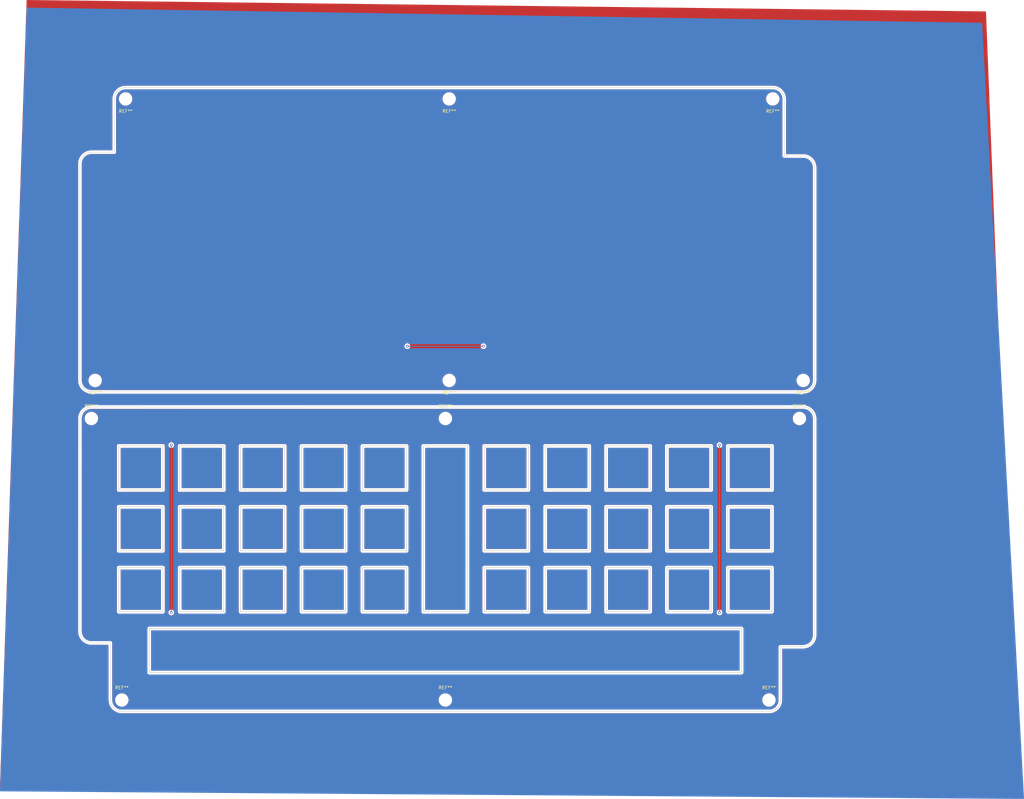
<source format=kicad_pcb>
(kicad_pcb (version 20171130) (host pcbnew "(5.1.4)-1")
  (layers (0 F.Cu signal) (31 B.Cu signal) (34 B.Paste user hide) (35 F.Paste user hide) (36 B.SilkS user hide) (37 F.SilkS user hide) (38 B.Mask user) (39 F.Mask user hide) (44 Edge.Cuts user))
  (net 0 "")
  (module MountingHole:MountingHole_3.2mm_M3_ISO7380 (layer F.Cu) (at 271.46364 367.904671 180)
    (fp_text reference REF** (at 0 -3.85) (layer F.SilkS))
    (fp_text value MountingHole_3.2mm_M3_ISO7380)
    (pad 1 np_thru_hole circle (at 0 0 180) (size 3.2 3.2) (drill 3.2) (layers *.Cu *.Mask))
  )
  (module MountingHole:MountingHole_3.2mm_M3_ISO7380 (layer F.Cu) (at 382.19223 279.79805 180)
    (fp_text reference REF** (at 0 -3.85) (layer F.SilkS))
    (fp_text value MountingHole_3.2mm_M3_ISO7380)
    (pad 1 np_thru_hole circle (at 0 0 180) (size 3.2 3.2) (drill 3.2) (layers *.Cu *.Mask))
  )
  (module MountingHole:MountingHole_3.2mm_M3_ISO7380 (layer F.Cu) (at 280.98868 279.798051 180)
    (fp_text reference REF** (at 0 -3.85) (layer F.SilkS))
    (fp_text value MountingHole_3.2mm_M3_ISO7380)
    (pad 1 np_thru_hole circle (at 0 0 180) (size 3.2 3.2) (drill 3.2) (layers *.Cu *.Mask))
  )
  (module MountingHole:MountingHole_3.2mm_M3_ISO7380 (layer F.Cu) (at 483.39578 279.798051 180)
    (fp_text reference REF** (at 0 -3.85) (layer F.SilkS))
    (fp_text value MountingHole_3.2mm_M3_ISO7380)
    (pad 1 np_thru_hole circle (at 0 0 180) (size 3.2 3.2) (drill 3.2) (layers *.Cu *.Mask))
  )
  (module MountingHole:MountingHole_3.2mm_M3_ISO7380 (layer F.Cu) (at 382.19223 367.904671 180)
    (fp_text reference REF** (at 0 -3.85) (layer F.SilkS))
    (fp_text value MountingHole_3.2mm_M3_ISO7380)
    (pad 1 np_thru_hole circle (at 0 0 180) (size 3.2 3.2) (drill 3.2) (layers *.Cu *.Mask))
  )
  (module MountingHole:MountingHole_3.2mm_M3_ISO7380 (layer F.Cu) (at 492.92082 367.90467 180)
    (fp_text reference REF** (at 0 -3.85) (layer F.SilkS))
    (fp_text value MountingHole_3.2mm_M3_ISO7380)
    (pad 1 np_thru_hole circle (at 0 0 180) (size 3.2 3.2) (drill 3.2) (layers *.Cu *.Mask))
  )
  (module MountingHole:MountingHole_3.2mm_M3_ISO7380 (layer F.Cu) (at 381.0016 467.91759)
    (fp_text reference REF** (at 0 -3.85) (layer F.SilkS))
    (fp_text value MountingHole_3.2mm_M3_ISO7380)
    (pad 1 np_thru_hole circle (at 0 0) (size 3.2 3.2) (drill 3.2) (layers *.Cu *.Mask))
  )
  (module MountingHole:MountingHole_3.2mm_M3_ISO7380 (layer F.Cu) (at 279.79805 467.91759)
    (fp_text reference REF** (at 0 -3.85) (layer F.SilkS))
    (fp_text value MountingHole_3.2mm_M3_ISO7380)
    (pad 1 np_thru_hole circle (at 0 0) (size 3.2 3.2) (drill 3.2) (layers *.Cu *.Mask))
  )
  (module MountingHole:MountingHole_3.2mm_M3_ISO7380 (layer F.Cu) (at 270.27301 379.81097)
    (fp_text reference REF** (at 0 -3.85) (layer F.SilkS))
    (fp_text value MountingHole_3.2mm_M3_ISO7380)
    (pad 1 np_thru_hole circle (at 0 0) (size 3.2 3.2) (drill 3.2) (layers *.Cu *.Mask))
  )
  (module MountingHole:MountingHole_3.2mm_M3_ISO7380 (layer F.Cu) (at 491.73019 379.81097)
    (fp_text reference REF** (at 0 -3.85) (layer F.SilkS))
    (fp_text value MountingHole_3.2mm_M3_ISO7380)
    (pad 1 np_thru_hole circle (at 0 0) (size 3.2 3.2) (drill 3.2) (layers *.Cu *.Mask))
  )
  (module MountingHole:MountingHole_3.2mm_M3_ISO7380 (layer F.Cu) (at 381.0016 379.81097)
    (fp_text reference REF** (at 0 -3.85) (layer F.SilkS))
    (fp_text value MountingHole_3.2mm_M3_ISO7380)
    (pad 1 np_thru_hole circle (at 0 0) (size 3.2 3.2) (drill 3.2) (layers *.Cu *.Mask))
  )
  (module MountingHole:MountingHole_3.2mm_M3_ISO7380 (layer F.Cu) (at 482.20515 467.91759)
    (fp_text reference REF** (at 0 -3.85) (layer F.SilkS))
    (fp_text value MountingHole_3.2mm_M3_ISO7380)
    (pad 1 np_thru_hole circle (at 0 0) (size 3.2 3.2) (drill 3.2) (layers *.Cu *.Mask))
  )
  (gr_line (start 382.192229 276.22616) (end 483.39578 276.22616) (layer Edge.Cuts) (width 0.15))
  (gr_line (start 277.41679 296.46687) (end 270.27301 296.46687) (layer Edge.Cuts) (width 0.15))
  (gr_line (start 492.92082 297.66469) (end 486.96767 297.6575) (layer Edge.Cuts) (width 0.15))
  (gr_line (start 382.19223 371.47656) (end 285.7512 371.47656) (layer Edge.Cuts) (width 0.15))
  (gr_line (start 496.48875 367.90467) (end 496.487392 301.22939) (layer Edge.Cuts) (width 0.15))
  (gr_arc (start 270.27301 367.90467) (end 266.701119 367.90467) (angle -90) (layer Edge.Cuts) (width 0.15))
  (gr_line (start 476.252 371.47656) (end 488.1583 371.47656) (layer Edge.Cuts) (width 0.15))
  (gr_line (start 382.19223 371.47656) (end 476.25254 371.475) (layer Edge.Cuts) (width 0.15))
  (gr_line (start 277.41679 279.79805) (end 277.41679 296.46687) (layer Edge.Cuts) (width 0.15))
  (gr_arc (start 483.39578 279.798051) (end 486.96767 279.79805) (angle -90) (layer Edge.Cuts) (width 0.15))
  (gr_line (start 270.27301 371.47656) (end 273.8449 371.47656) (layer Edge.Cuts) (width 0.15))
  (gr_line (start 486.96767 279.79805) (end 486.96767 297.6575) (layer Edge.Cuts) (width 0.15))
  (gr_arc (start 492.917102 367.908921) (end 492.917101 371.480811) (angle -90) (layer Edge.Cuts) (width 0.15))
  (gr_arc (start 270.27301 300.03876) (end 270.27301 296.46687) (angle -90) (layer Edge.Cuts) (width 0.15))
  (gr_line (start 266.701119 367.90467) (end 266.701119 300.03876) (layer Edge.Cuts) (width 0.15))
  (gr_arc (start 280.98868 279.798051) (end 280.98868 276.22616) (angle -90) (layer Edge.Cuts) (width 0.15))
  (gr_arc (start 492.92082 301.22939) (end 496.48621 301.23085) (angle -90.02346218) (layer Edge.Cuts) (width 0.15))
  (gr_line (start 382.192229 276.22616) (end 280.98868 276.22616) (layer Edge.Cuts) (width 0.15))
  (gr_line (start 273.8449 371.47656) (end 285.7512 371.47656) (layer Edge.Cuts) (width 0.15))
  (gr_line (start 492.91748 371.48262) (end 488.1583 371.47656) (layer Edge.Cuts) (width 0.15))
  (gr_line (start 476.252 376.23908) (end 488.1583 376.23908) (layer Edge.Cuts) (width 0.15))
  (gr_line (start 273.8449 376.23908) (end 285.7512 376.23908) (layer Edge.Cuts) (width 0.15))
  (gr_line (start 492.92082 376.23908) (end 488.1583 376.23908) (layer Edge.Cuts) (width 0.15))
  (gr_line (start 270.27301 376.23496) (end 273.8449 376.23908) (layer Edge.Cuts) (width 0.15))
  (gr_line (start 406.950198 388.388292) (end 393.150378 388.388292) (layer Edge.Cuts) (width 0.2))
  (gr_line (start 406.950198 388.388292) (end 406.950198 402.188112) (layer Edge.Cuts) (width 0.2))
  (gr_line (start 464.100198 426.488292) (end 464.100198 440.288112) (layer Edge.Cuts) (width 0.2))
  (gr_line (start 485.77704 467.91759) (end 485.77704 451.24877) (layer Edge.Cuts) (width 0.15))
  (gr_line (start 431.250378 402.188112) (end 431.250378 388.388292) (layer Edge.Cuts) (width 0.2))
  (gr_line (start 393.150378 440.288112) (end 406.950198 440.288112) (layer Edge.Cuts) (width 0.2))
  (gr_line (start 464.100198 388.388292) (end 450.300378 388.388292) (layer Edge.Cuts) (width 0.2))
  (gr_line (start 368.850198 426.488292) (end 355.050378 426.488292) (layer Edge.Cuts) (width 0.2))
  (gr_line (start 445.050198 407.438292) (end 445.050198 421.238112) (layer Edge.Cuts) (width 0.2))
  (gr_line (start 406.950198 407.438292) (end 393.150378 407.438292) (layer Edge.Cuts) (width 0.2))
  (gr_line (start 393.150378 421.238112) (end 406.950198 421.238112) (layer Edge.Cuts) (width 0.2))
  (gr_line (start 311.700198 426.488292) (end 297.900378 426.488292) (layer Edge.Cuts) (width 0.2))
  (gr_arc (start 492.92082 447.67688) (end 492.92082 451.24877) (angle -90) (layer Edge.Cuts) (width 0.15))
  (gr_line (start 483.150198 388.388292) (end 483.150198 402.188112) (layer Edge.Cuts) (width 0.2))
  (gr_line (start 292.650198 407.438292) (end 278.850378 407.438292) (layer Edge.Cuts) (width 0.2))
  (gr_line (start 349.800198 388.388292) (end 336.000378 388.388292) (layer Edge.Cuts) (width 0.2))
  (gr_line (start 483.150198 407.438292) (end 483.150198 421.238112) (layer Edge.Cuts) (width 0.2))
  (gr_line (start 445.050198 388.388292) (end 445.050198 402.188112) (layer Edge.Cuts) (width 0.2))
  (gr_line (start 336.000378 402.188112) (end 349.800198 402.188112) (layer Edge.Cuts) (width 0.2))
  (gr_line (start 368.850198 388.388292) (end 368.850198 402.188112) (layer Edge.Cuts) (width 0.2))
  (gr_line (start 330.750198 388.388292) (end 330.750198 402.188112) (layer Edge.Cuts) (width 0.2))
  (gr_line (start 387.900198 388.388292) (end 374.100378 388.388292) (layer Edge.Cuts) (width 0.2))
  (gr_line (start 469.350378 421.238112) (end 469.350378 407.438292) (layer Edge.Cuts) (width 0.2))
  (gr_line (start 445.050198 407.438292) (end 431.250378 407.438292) (layer Edge.Cuts) (width 0.2))
  (gr_line (start 297.900378 440.288112) (end 297.900378 426.488292) (layer Edge.Cuts) (width 0.2))
  (gr_line (start 311.700198 407.438292) (end 297.900378 407.438292) (layer Edge.Cuts) (width 0.2))
  (gr_line (start 431.250378 421.238112) (end 431.250378 407.438292) (layer Edge.Cuts) (width 0.2))
  (gr_line (start 368.850198 388.388292) (end 355.050378 388.388292) (layer Edge.Cuts) (width 0.2))
  (gr_line (start 278.850378 421.238112) (end 292.650198 421.238112) (layer Edge.Cuts) (width 0.2))
  (gr_line (start 330.750198 407.438292) (end 316.950378 407.438292) (layer Edge.Cuts) (width 0.2))
  (gr_line (start 464.100198 407.438292) (end 464.100198 421.238112) (layer Edge.Cuts) (width 0.2))
  (gr_line (start 316.950378 402.188112) (end 316.950378 388.388292) (layer Edge.Cuts) (width 0.2))
  (gr_line (start 393.150378 421.238112) (end 393.150378 407.438292) (layer Edge.Cuts) (width 0.2))
  (gr_line (start 406.950198 407.438292) (end 406.950198 421.238112) (layer Edge.Cuts) (width 0.2))
  (gr_line (start 316.950378 402.188112) (end 330.750198 402.188112) (layer Edge.Cuts) (width 0.2))
  (gr_line (start 355.050378 421.238112) (end 355.050378 407.438292) (layer Edge.Cuts) (width 0.2))
  (gr_line (start 292.650198 388.388292) (end 278.850378 388.388292) (layer Edge.Cuts) (width 0.2))
  (gr_arc (start 279.79805 467.91759) (end 276.22616 467.91759) (angle -90) (layer Edge.Cuts) (width 0.15))
  (gr_line (start 336.000378 421.238112) (end 336.000378 407.438292) (layer Edge.Cuts) (width 0.2))
  (gr_line (start 316.950378 421.238112) (end 316.950378 407.438292) (layer Edge.Cuts) (width 0.2))
  (gr_line (start 450.300378 421.238112) (end 450.300378 407.438292) (layer Edge.Cuts) (width 0.2))
  (gr_line (start 330.750198 388.388292) (end 316.950378 388.388292) (layer Edge.Cuts) (width 0.2))
  (gr_line (start 278.850378 421.238112) (end 278.850378 407.438292) (layer Edge.Cuts) (width 0.2))
  (gr_line (start 483.150198 407.438292) (end 469.350378 407.438292) (layer Edge.Cuts) (width 0.2))
  (gr_line (start 464.100198 407.438292) (end 450.300378 407.438292) (layer Edge.Cuts) (width 0.2))
  (gr_line (start 349.800198 407.438292) (end 349.800198 421.238112) (layer Edge.Cuts) (width 0.2))
  (gr_line (start 426.000198 388.388292) (end 426.000198 402.188112) (layer Edge.Cuts) (width 0.2))
  (gr_line (start 469.350378 402.188112) (end 483.150198 402.188112) (layer Edge.Cuts) (width 0.2))
  (gr_line (start 349.800198 426.488292) (end 349.800198 440.288112) (layer Edge.Cuts) (width 0.2))
  (gr_line (start 297.900378 402.188112) (end 297.900378 388.388292) (layer Edge.Cuts) (width 0.2))
  (gr_line (start 355.050378 402.188112) (end 368.850198 402.188112) (layer Edge.Cuts) (width 0.2))
  (gr_line (start 297.900378 402.188112) (end 311.700198 402.188112) (layer Edge.Cuts) (width 0.2))
  (gr_line (start 381.0016 376.23908) (end 476.252 376.23908) (layer Edge.Cuts) (width 0.15))
  (gr_line (start 431.250378 402.188112) (end 445.050198 402.188112) (layer Edge.Cuts) (width 0.2))
  (gr_line (start 276.22616 467.91759) (end 276.22616 450.05814) (layer Edge.Cuts) (width 0.15))
  (gr_line (start 431.250378 440.288112) (end 445.050198 440.288112) (layer Edge.Cuts) (width 0.2))
  (gr_line (start 450.300378 440.288112) (end 464.100198 440.288112) (layer Edge.Cuts) (width 0.2))
  (gr_line (start 412.200378 440.288112) (end 412.200378 426.488292) (layer Edge.Cuts) (width 0.2))
  (gr_line (start 469.350378 402.188112) (end 469.350378 388.388292) (layer Edge.Cuts) (width 0.2))
  (gr_line (start 374.10167 388.38766) (end 374.09913 440.28748) (layer Edge.Cuts) (width 0.2))
  (gr_line (start 393.150378 402.188112) (end 406.950198 402.188112) (layer Edge.Cuts) (width 0.2))
  (gr_line (start 349.800198 426.488292) (end 336.000378 426.488292) (layer Edge.Cuts) (width 0.2))
  (gr_line (start 393.150378 402.188112) (end 393.150378 388.388292) (layer Edge.Cuts) (width 0.2))
  (gr_line (start 450.300378 440.288112) (end 450.300378 426.488292) (layer Edge.Cuts) (width 0.2))
  (gr_line (start 485.77704 451.24877) (end 492.92082 451.24877) (layer Edge.Cuts) (width 0.15))
  (gr_line (start 355.050378 440.288112) (end 355.050378 426.488292) (layer Edge.Cuts) (width 0.2))
  (gr_line (start 355.050378 440.288112) (end 368.850198 440.288112) (layer Edge.Cuts) (width 0.2))
  (gr_line (start 381.0016 376.23908) (end 285.7512 376.23496) (layer Edge.Cuts) (width 0.15))
  (gr_line (start 270.27301 450.05814) (end 276.22616 450.05814) (layer Edge.Cuts) (width 0.15))
  (gr_line (start 445.050198 426.488292) (end 445.050198 440.288112) (layer Edge.Cuts) (width 0.2))
  (gr_line (start 406.950198 426.488292) (end 406.950198 440.288112) (layer Edge.Cuts) (width 0.2))
  (gr_line (start 278.850378 402.188112) (end 278.850378 388.388292) (layer Edge.Cuts) (width 0.2))
  (gr_arc (start 270.276729 379.806719) (end 270.276729 376.234829) (angle -90) (layer Edge.Cuts) (width 0.15))
  (gr_line (start 349.800198 407.438292) (end 336.000378 407.438292) (layer Edge.Cuts) (width 0.2))
  (gr_line (start 464.100198 426.488292) (end 450.300378 426.488292) (layer Edge.Cuts) (width 0.2))
  (gr_line (start 387.90149 388.38766) (end 387.89895 440.28748) (layer Edge.Cuts) (width 0.2))
  (gr_line (start 349.800198 388.388292) (end 349.800198 402.188112) (layer Edge.Cuts) (width 0.2))
  (gr_line (start 426.000198 426.488292) (end 426.000198 440.288112) (layer Edge.Cuts) (width 0.2))
  (gr_line (start 483.150198 426.488292) (end 469.350378 426.488292) (layer Edge.Cuts) (width 0.2))
  (gr_line (start 292.650198 426.488292) (end 278.850378 426.488292) (layer Edge.Cuts) (width 0.2))
  (gr_line (start 412.200378 402.188112) (end 426.000198 402.188112) (layer Edge.Cuts) (width 0.2))
  (gr_line (start 266.70508 379.81097) (end 266.7 446.48628) (layer Edge.Cuts) (width 0.15))
  (gr_line (start 288.37413 445.53766) (end 473.62618 445.53886) (layer Edge.Cuts) (width 0.2))
  (gr_line (start 374.100378 440.288112) (end 387.900198 440.288112) (layer Edge.Cuts) (width 0.2))
  (gr_line (start 445.050198 388.388292) (end 431.250378 388.388292) (layer Edge.Cuts) (width 0.2))
  (gr_line (start 483.150198 426.488292) (end 483.150198 440.288112) (layer Edge.Cuts) (width 0.2))
  (gr_line (start 496.49271 379.81097) (end 496.49271 447.67688) (layer Edge.Cuts) (width 0.15))
  (gr_line (start 381.0016 471.48948) (end 482.20515 471.48948) (layer Edge.Cuts) (width 0.15))
  (gr_line (start 311.700198 388.388292) (end 297.900378 388.388292) (layer Edge.Cuts) (width 0.2))
  (gr_line (start 445.050198 426.488292) (end 431.250378 426.488292) (layer Edge.Cuts) (width 0.2))
  (gr_line (start 469.350378 440.288112) (end 469.350378 426.488292) (layer Edge.Cuts) (width 0.2))
  (gr_line (start 426.000198 388.388292) (end 412.200378 388.388292) (layer Edge.Cuts) (width 0.2))
  (gr_line (start 412.200378 440.288112) (end 426.000198 440.288112) (layer Edge.Cuts) (width 0.2))
  (gr_line (start 292.650198 388.388292) (end 292.650198 402.188112) (layer Edge.Cuts) (width 0.2))
  (gr_line (start 473.625198 445.538292) (end 473.625198 459.338112) (layer Edge.Cuts) (width 0.2))
  (gr_line (start 381.0016 471.48948) (end 279.79805 471.48948) (layer Edge.Cuts) (width 0.15))
  (gr_line (start 426.000198 426.488292) (end 412.200378 426.488292) (layer Edge.Cuts) (width 0.2))
  (gr_line (start 330.750198 426.488292) (end 330.750198 440.288112) (layer Edge.Cuts) (width 0.2))
  (gr_line (start 292.650198 426.488292) (end 292.650198 440.288112) (layer Edge.Cuts) (width 0.2))
  (gr_line (start 292.650198 407.438292) (end 292.650198 421.238112) (layer Edge.Cuts) (width 0.2))
  (gr_line (start 336.000378 402.188112) (end 336.000378 388.388292) (layer Edge.Cuts) (width 0.2))
  (gr_line (start 330.750198 426.488292) (end 316.950378 426.488292) (layer Edge.Cuts) (width 0.2))
  (gr_line (start 288.375378 459.338112) (end 288.375378 445.538292) (layer Edge.Cuts) (width 0.2))
  (gr_line (start 297.900378 421.238112) (end 297.900378 407.438292) (layer Edge.Cuts) (width 0.2))
  (gr_line (start 469.350378 440.288112) (end 483.150198 440.288112) (layer Edge.Cuts) (width 0.2))
  (gr_line (start 450.300378 402.188112) (end 450.300378 388.388292) (layer Edge.Cuts) (width 0.2))
  (gr_line (start 406.950198 426.488292) (end 393.150378 426.488292) (layer Edge.Cuts) (width 0.2))
  (gr_line (start 431.250378 440.288112) (end 431.250378 426.488292) (layer Edge.Cuts) (width 0.2))
  (gr_line (start 426.000198 407.438292) (end 412.200378 407.438292) (layer Edge.Cuts) (width 0.2))
  (gr_line (start 464.100198 388.388292) (end 464.100198 402.188112) (layer Edge.Cuts) (width 0.2))
  (gr_line (start 336.000378 440.288112) (end 336.000378 426.488292) (layer Edge.Cuts) (width 0.2))
  (gr_line (start 368.850198 407.438292) (end 368.850198 421.238112) (layer Edge.Cuts) (width 0.2))
  (gr_arc (start 270.27301 446.48625) (end 266.70112 446.48625) (angle -90) (layer Edge.Cuts) (width 0.15))
  (gr_line (start 288.37413 459.33748) (end 473.62618 459.33868) (layer Edge.Cuts) (width 0.2))
  (gr_line (start 483.150198 388.388292) (end 469.350378 388.388292) (layer Edge.Cuts) (width 0.2))
  (gr_line (start 297.900378 421.238112) (end 311.700198 421.238112) (layer Edge.Cuts) (width 0.2))
  (gr_line (start 297.900378 440.288112) (end 311.700198 440.288112) (layer Edge.Cuts) (width 0.2))
  (gr_line (start 316.950378 421.238112) (end 330.750198 421.238112) (layer Edge.Cuts) (width 0.2))
  (gr_line (start 393.150378 440.288112) (end 393.150378 426.488292) (layer Edge.Cuts) (width 0.2))
  (gr_line (start 431.250378 421.238112) (end 445.050198 421.238112) (layer Edge.Cuts) (width 0.2))
  (gr_line (start 469.350378 421.238112) (end 483.150198 421.238112) (layer Edge.Cuts) (width 0.2))
  (gr_line (start 450.300378 402.188112) (end 464.100198 402.188112) (layer Edge.Cuts) (width 0.2))
  (gr_line (start 278.850378 440.288112) (end 292.650198 440.288112) (layer Edge.Cuts) (width 0.2))
  (gr_line (start 412.200378 421.238112) (end 426.000198 421.238112) (layer Edge.Cuts) (width 0.2))
  (gr_line (start 278.850378 440.288112) (end 278.850378 426.488292) (layer Edge.Cuts) (width 0.2))
  (gr_line (start 316.950378 440.288112) (end 316.950378 426.488292) (layer Edge.Cuts) (width 0.2))
  (gr_arc (start 492.92082 379.81097) (end 496.49271 379.81097) (angle -90) (layer Edge.Cuts) (width 0.15))
  (gr_line (start 355.050378 402.188112) (end 355.050378 388.388292) (layer Edge.Cuts) (width 0.2))
  (gr_line (start 412.200378 421.238112) (end 412.200378 407.438292) (layer Edge.Cuts) (width 0.2))
  (gr_line (start 412.200378 402.188112) (end 412.200378 388.388292) (layer Edge.Cuts) (width 0.2))
  (gr_line (start 368.850198 407.438292) (end 355.050378 407.438292) (layer Edge.Cuts) (width 0.2))
  (gr_line (start 336.000378 440.288112) (end 349.800198 440.288112) (layer Edge.Cuts) (width 0.2))
  (gr_line (start 330.750198 407.438292) (end 330.750198 421.238112) (layer Edge.Cuts) (width 0.2))
  (gr_arc (start 482.20515 467.91759) (end 482.20515 471.48948) (angle -90) (layer Edge.Cuts) (width 0.15))
  (gr_line (start 278.850378 402.188112) (end 292.650198 402.188112) (layer Edge.Cuts) (width 0.2))
  (gr_line (start 426.000198 407.438292) (end 426.000198 421.238112) (layer Edge.Cuts) (width 0.2))
  (gr_line (start 450.300378 421.238112) (end 464.100198 421.238112) (layer Edge.Cuts) (width 0.2))
  (gr_line (start 336.000378 421.238112) (end 349.800198 421.238112) (layer Edge.Cuts) (width 0.2))
  (gr_line (start 355.050378 421.238112) (end 368.850198 421.238112) (layer Edge.Cuts) (width 0.2))
  (gr_line (start 311.700198 426.488292) (end 311.700198 440.288112) (layer Edge.Cuts) (width 0.2))
  (gr_line (start 316.950378 440.288112) (end 330.750198 440.288112) (layer Edge.Cuts) (width 0.2))
  (gr_line (start 311.700198 407.438292) (end 311.700198 421.238112) (layer Edge.Cuts) (width 0.2))
  (gr_line (start 311.700198 388.388292) (end 311.700198 402.188112) (layer Edge.Cuts) (width 0.2))
  (gr_line (start 368.850198 426.488292) (end 368.850198 440.288112) (layer Edge.Cuts) (width 0.2))
  (segment (start 466.72696 440.5331) (end 466.72696 388.14538) (width 0.25) (layer B.Cu) (net 0))
  (segment (start 295.27624 388.14538) (end 295.27624 440.5331) (width 0.25) (layer B.Cu) (net 0))
  (via (at 295.27624 388.14538) (size 0.8) (drill 0.4) (layers F.Cu B.Cu) (net 0))
  (via (at 295.27624 440.5331) (size 0.8) (drill 0.4) (layers F.Cu B.Cu) (net 0))
  (via (at 466.72696 388.14538) (size 0.8) (drill 0.4) (layers F.Cu B.Cu) (net 0))
  (via (at 466.72696 440.5331) (size 0.8) (drill 0.4) (layers F.Cu B.Cu) (net 0))
  (segment (start 369.0953 357.189) (end 392.9079 357.189) (width 0.25) (layer B.Cu) (net 0))
  (via (at 392.9079 357.189) (size 0.8) (drill 0.4) (layers F.Cu B.Cu) (net 0))
  (via (at 369.0953 357.189) (size 0.8) (drill 0.4) (layers F.Cu B.Cu) (net 0))
  (zone (net 0) (net_name "") (layer F.Cu) (connect_pads (clearance 0.508)) (min_thickness 0.254) (fill yes (arc_segments 32) (thermal_gap 0.508) (thermal_bridge_width 0.508))
    (polygon (pts (xy 250.0323 248.84167) (xy 550.07106 252.41356) (xy 559.5961 495.30208) (xy 241.69789 495.30208)))
  )
  (zone (net 0) (net_name "") (layer B.Cu) (connect_pads (clearance 0.508)) (min_thickness 0.254) (fill yes (arc_segments 32) (thermal_gap 0.508) (thermal_bridge_width 0.508))
    (polygon (pts (xy 250.0323 251.22293) (xy 548.88043 255.98545) (xy 561.97736 498.87397) (xy 241.69789 496.49271)))
  )
)
</source>
